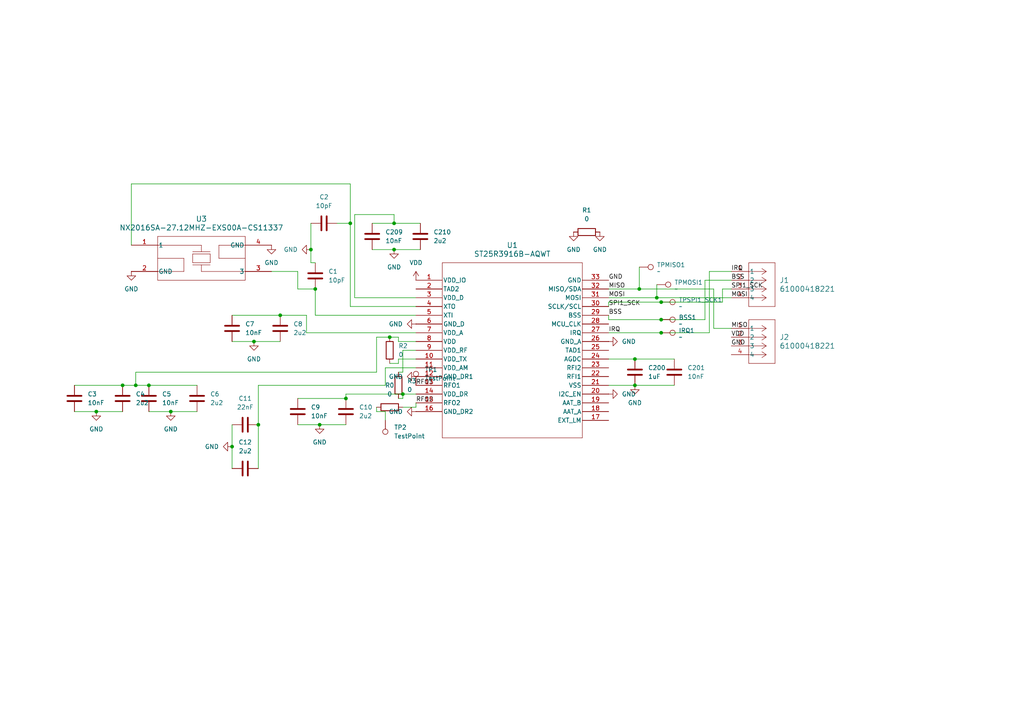
<source format=kicad_sch>
(kicad_sch (version 20231120) (generator "eeschema") (generator_version "8.0")
  (paper "A4")
  (lib_symbols
    (symbol "Connector:TestPoint" (pin_numbers hide) (pin_names (offset 0.762) hide)
      (property "Reference" "TP" (at 0 6.858 0))
      (property "Value" "TestPoint" (at 0 5.08 0))
      (symbol "TestPoint_0_1"
        (circle (center 0 3.302) (radius 0.762))
      )
      (symbol "TestPoint_1_1"
        (pin passive line (at 0 0 90) (length 2.54) (name "1") (number "1"))
      )
    )
    (symbol "Crystal:NX2016SA-27.12MHZ-EXS00A-CS11337" (pin_names (offset 0.254))
      (property "Reference" "U" (at 20.32 7.62 0))
      (property "Value" "NX2016SA-27.12MHZ-EXS00A-CS11337" (at 20.32 5.08 0))
      (symbol "NX2016SA-27.12MHZ-EXS00A-CS11337_0_1"
        (polyline (pts (xy 7.62 -10.16) (xy 33.02 -10.16)) (stroke (width 0.127)))
        (polyline (pts (xy 7.62 -7.62) (xy 15.24 -7.62)) (stroke (width 0.127)))
        (polyline (pts (xy 7.62 0) (xy 20.32 0)) (stroke (width 0.127)))
        (polyline (pts (xy 7.62 2.54) (xy 7.62 -10.16)) (stroke (width 0.127)))
        (polyline (pts (xy 15.24 -7.62) (xy 15.24 -3.81)) (stroke (width 0.127)))
        (polyline (pts (xy 15.24 -3.81) (xy 7.62 -3.81)) (stroke (width 0.127)))
        (polyline (pts (xy 17.78 -5.715) (xy 22.86 -5.715)) (stroke (width 0.127)))
        (polyline (pts (xy 17.78 -5.08) (xy 22.86 -5.08)) (stroke (width 0.127)))
        (polyline (pts (xy 17.78 -2.54) (xy 17.78 -5.08)) (stroke (width 0.127)))
        (polyline (pts (xy 17.78 -2.54) (xy 22.86 -2.54)) (stroke (width 0.127)))
        (polyline (pts (xy 17.78 -1.905) (xy 22.86 -1.905)) (stroke (width 0.127)))
        (polyline (pts (xy 20.32 -7.62) (xy 20.32 -5.715)) (stroke (width 0.127)))
        (polyline (pts (xy 20.32 0) (xy 20.32 -1.905)) (stroke (width 0.127)))
        (polyline (pts (xy 22.86 -2.54) (xy 22.86 -5.08)) (stroke (width 0.127)))
        (polyline (pts (xy 25.4 -3.81) (xy 33.02 -3.81)) (stroke (width 0.127)))
        (polyline (pts (xy 25.4 0) (xy 25.4 -3.81)) (stroke (width 0.127)))
        (polyline (pts (xy 33.02 -10.16) (xy 33.02 2.54)) (stroke (width 0.127)))
        (polyline (pts (xy 33.02 -7.62) (xy 20.32 -7.62)) (stroke (width 0.127)))
        (polyline (pts (xy 33.02 0) (xy 25.4 0)) (stroke (width 0.127)))
        (polyline (pts (xy 33.02 2.54) (xy 7.62 2.54)) (stroke (width 0.127)))
        (pin unspecified line (at 0 0 0) (length 7.62) (name "1") (number "1"))
        (pin unspecified line (at 0 -7.62 0) (length 7.62) (name "GND") (number "2"))
        (pin unspecified line (at 40.64 -7.62 180) (length 7.62) (name "3") (number "3"))
        (pin unspecified line (at 40.64 0 180) (length 7.62) (name "GND") (number "4"))
      )
    )
    (symbol "Device:C" (pin_numbers hide) (pin_names (offset 0.254))
      (property "Reference" "C" (at 0.635 2.54 0))
      (property "Value" "C" (at 0.635 -2.54 0))
      (symbol "C_0_1"
        (polyline (pts (xy -2.032 -0.762) (xy 2.032 -0.762)) (stroke (width 0.508)))
        (polyline (pts (xy -2.032 0.762) (xy 2.032 0.762)) (stroke (width 0.508)))
      )
      (symbol "C_1_1"
        (pin passive line (at 0 3.81 270) (length 2.794) (name "~") (number "1"))
        (pin passive line (at 0 -3.81 90) (length 2.794) (name "~") (number "2"))
      )
    )
    (symbol "Device:R" (pin_numbers hide) (pin_names (offset 0))
      (property "Reference" "R" (at 2.032 0 90))
      (property "Value" "R" (at 0 0 90))
      (symbol "R_0_1"
        (rectangle (start -1.016 -2.54) (end 1.016 2.54) (stroke (width 0.254)))
      )
      (symbol "R_1_1"
        (pin passive line (at 0 3.81 270) (length 1.27) (name "~") (number "1"))
        (pin passive line (at 0 -3.81 90) (length 1.27) (name "~") (number "2"))
      )
    )
    (symbol "SMD Header Conn:61000418221" (pin_names (offset 0.254))
      (property "Reference" "J" (at 8.89 6.35 0))
      (property "Value" "61000418221" (at 0 0 0))
      (symbol "61000418221_1_1"
        (polyline (pts (xy 5.08 -10.16) (xy 12.7 -10.16)) (stroke (width 0.127)))
        (polyline (pts (xy 5.08 2.54) (xy 5.08 -10.16)) (stroke (width 0.127)))
        (polyline (pts (xy 10.16 -7.62) (xy 5.08 -7.62)) (stroke (width 0.127)))
        (polyline (pts (xy 10.16 -7.62) (xy 8.89 -8.4667)) (stroke (width 0.127)))
        (polyline (pts (xy 10.16 -7.62) (xy 8.89 -6.7733)) (stroke (width 0.127)))
        (polyline (pts (xy 10.16 -5.08) (xy 5.08 -5.08)) (stroke (width 0.127)))
        (polyline (pts (xy 10.16 -5.08) (xy 8.89 -5.9267)) (stroke (width 0.127)))
        (polyline (pts (xy 10.16 -5.08) (xy 8.89 -4.2333)) (stroke (width 0.127)))
        (polyline (pts (xy 10.16 -2.54) (xy 5.08 -2.54)) (stroke (width 0.127)))
        (polyline (pts (xy 10.16 -2.54) (xy 8.89 -3.3867)) (stroke (width 0.127)))
        (polyline (pts (xy 10.16 -2.54) (xy 8.89 -1.6933)) (stroke (width 0.127)))
        (polyline (pts (xy 10.16 0) (xy 5.08 0)) (stroke (width 0.127)))
        (polyline (pts (xy 10.16 0) (xy 8.89 -0.8467)) (stroke (width 0.127)))
        (polyline (pts (xy 10.16 0) (xy 8.89 0.8467)) (stroke (width 0.127)))
        (polyline (pts (xy 12.7 -10.16) (xy 12.7 2.54)) (stroke (width 0.127)))
        (polyline (pts (xy 12.7 2.54) (xy 5.08 2.54)) (stroke (width 0.127)))
        (pin unspecified line (at 0 0 0) (length 5.08) (name "1") (number "1"))
        (pin unspecified line (at 0 -2.54 0) (length 5.08) (name "2") (number "2"))
        (pin unspecified line (at 0 -5.08 0) (length 5.08) (name "3") (number "3"))
        (pin unspecified line (at 0 -7.62 0) (length 5.08) (name "4") (number "4"))
      )
      (symbol "61000418221_1_2"
        (polyline (pts (xy 5.08 -10.16) (xy 12.7 -10.16)) (stroke (width 0.127)))
        (polyline (pts (xy 5.08 2.54) (xy 5.08 -10.16)) (stroke (width 0.127)))
        (polyline (pts (xy 7.62 -7.62) (xy 5.08 -7.62)) (stroke (width 0.127)))
        (polyline (pts (xy 7.62 -7.62) (xy 8.89 -8.4667)) (stroke (width 0.127)))
        (polyline (pts (xy 7.62 -7.62) (xy 8.89 -6.7733)) (stroke (width 0.127)))
        (polyline (pts (xy 7.62 -5.08) (xy 5.08 -5.08)) (stroke (width 0.127)))
        (polyline (pts (xy 7.62 -5.08) (xy 8.89 -5.9267)) (stroke (width 0.127)))
        (polyline (pts (xy 7.62 -5.08) (xy 8.89 -4.2333)) (stroke (width 0.127)))
        (polyline (pts (xy 7.62 -2.54) (xy 5.08 -2.54)) (stroke (width 0.127)))
        (polyline (pts (xy 7.62 -2.54) (xy 8.89 -3.3867)) (stroke (width 0.127)))
        (polyline (pts (xy 7.62 -2.54) (xy 8.89 -1.6933)) (stroke (width 0.127)))
        (polyline (pts (xy 7.62 0) (xy 5.08 0)) (stroke (width 0.127)))
        (polyline (pts (xy 7.62 0) (xy 8.89 -0.8467)) (stroke (width 0.127)))
        (polyline (pts (xy 7.62 0) (xy 8.89 0.8467)) (stroke (width 0.127)))
        (polyline (pts (xy 12.7 -10.16) (xy 12.7 2.54)) (stroke (width 0.127)))
        (polyline (pts (xy 12.7 2.54) (xy 5.08 2.54)) (stroke (width 0.127)))
        (pin unspecified line (at 0 0 0) (length 5.08) (name "1") (number "1"))
        (pin unspecified line (at 0 -2.54 0) (length 5.08) (name "2") (number "2"))
        (pin unspecified line (at 0 -5.08 0) (length 5.08) (name "3") (number "3"))
        (pin unspecified line (at 0 -7.62 0) (length 5.08) (name "4") (number "4"))
      )
    )
    (symbol "ST25R3916B:ST25R3916B-AQWT" (pin_names (offset 0.254))
      (property "Reference" "U" (at 27.94 10.16 0))
      (property "Value" "ST25R3916B-AQWT" (at 27.94 7.62 0))
      (symbol "ST25R3916B-AQWT_0_1"
        (polyline (pts (xy 7.62 -45.72) (xy 48.26 -45.72)) (stroke (width 0.127)))
        (polyline (pts (xy 7.62 5.08) (xy 7.62 -45.72)) (stroke (width 0.127)))
        (polyline (pts (xy 48.26 -45.72) (xy 48.26 5.08)) (stroke (width 0.127)))
        (polyline (pts (xy 48.26 5.08) (xy 7.62 5.08)) (stroke (width 0.127)))
        (pin power_in line (at 0 0 0) (length 7.62) (name "VDD_IO") (number "1"))
        (pin power_in line (at 0 -22.86 0) (length 7.62) (name "VDD_TX") (number "10"))
        (pin unspecified line (at 0 -25.4 0) (length 7.62) (name "VDD_AM") (number "11"))
        (pin power_out line (at 0 -27.94 0) (length 7.62) (name "GND_DR1") (number "12"))
        (pin unspecified line (at 0 -30.48 0) (length 7.62) (name "RFO1") (number "13"))
        (pin power_in line (at 0 -33.02 0) (length 7.62) (name "VDD_DR") (number "14"))
        (pin unspecified line (at 0 -35.56 0) (length 7.62) (name "RFO2") (number "15"))
        (pin power_out line (at 0 -38.1 0) (length 7.62) (name "GND_DR2") (number "16"))
        (pin unspecified line (at 55.88 -40.64 180) (length 7.62) (name "EXT_LM") (number "17"))
        (pin unspecified line (at 55.88 -38.1 180) (length 7.62) (name "AAT_A") (number "18"))
        (pin unspecified line (at 55.88 -35.56 180) (length 7.62) (name "AAT_B") (number "19"))
        (pin unspecified line (at 0 -2.54 0) (length 7.62) (name "TAD2") (number "2"))
        (pin input line (at 55.88 -33.02 180) (length 7.62) (name "I2C_EN") (number "20"))
        (pin power_out line (at 55.88 -30.48 180) (length 7.62) (name "VSS") (number "21"))
        (pin unspecified line (at 55.88 -27.94 180) (length 7.62) (name "RFI1") (number "22"))
        (pin unspecified line (at 55.88 -25.4 180) (length 7.62) (name "RFI2") (number "23"))
        (pin unspecified line (at 55.88 -22.86 180) (length 7.62) (name "AGDC") (number "24"))
        (pin unspecified line (at 55.88 -20.32 180) (length 7.62) (name "TAD1") (number "25"))
        (pin power_out line (at 55.88 -17.78 180) (length 7.62) (name "GND_A") (number "26"))
        (pin output line (at 55.88 -15.24 180) (length 7.62) (name "IRQ") (number "27"))
        (pin output line (at 55.88 -12.7 180) (length 7.62) (name "MCU_CLK") (number "28"))
        (pin input line (at 55.88 -10.16 180) (length 7.62) (name "BSS") (number "29"))
        (pin unspecified line (at 0 -5.08 0) (length 7.62) (name "VDD_D") (number "3"))
        (pin input line (at 55.88 -7.62 180) (length 7.62) (name "SCLK/SCL") (number "30"))
        (pin input line (at 55.88 -5.08 180) (length 7.62) (name "MOSI") (number "31"))
        (pin bidirectional line (at 55.88 -2.54 180) (length 7.62) (name "MISO/SDA") (number "32"))
        (pin power_out line (at 55.88 0 180) (length 7.62) (name "GND") (number "33"))
        (pin unspecified line (at 0 -7.62 0) (length 7.62) (name "XTO") (number "4"))
        (pin input line (at 0 -10.16 0) (length 7.62) (name "XTI") (number "5"))
        (pin power_out line (at 0 -12.7 0) (length 7.62) (name "GND_D") (number "6"))
        (pin unspecified line (at 0 -15.24 0) (length 7.62) (name "VDD_A") (number "7"))
        (pin power_in line (at 0 -17.78 0) (length 7.62) (name "VDD") (number "8"))
        (pin unspecified line (at 0 -20.32 0) (length 7.62) (name "VDD_RF") (number "9"))
      )
    )
    (symbol "power:GND" (power) (pin_numbers hide) (pin_names (offset 0) hide)
      (property "Value" "GND" (at 0 -3.81 0))
      (symbol "GND_0_1"
        (polyline (pts (xy 0 0) (xy 0 -1.27) (xy 1.27 -1.27) (xy 0 -2.54) (xy -1.27 -1.27) (xy 0 -1.27)))
      )
      (symbol "GND_1_1"
        (pin power_in line (at 0 0 270) (length 0) (name "~") (number "1"))
      )
    )
    (symbol "power:VDD" (power) (pin_numbers hide) (pin_names (offset 0) hide)
      (property "Value" "VDD" (at 0 3.556 0))
      (symbol "VDD_0_1"
        (polyline (pts (xy -0.762 1.27) (xy 0 2.54)))
        (polyline (pts (xy 0 0) (xy 0 2.54)))
        (polyline (pts (xy 0 2.54) (xy 0.762 1.27)))
      )
      (symbol "VDD_1_1"
        (pin power_in line (at 0 0 90) (length 0) (name "~") (number "1"))
      )
    )
  )
  (junction (at 116.84 114.3))
  (junction (at 27.94 119.38))
  (junction (at 90.17 72.39))
  (junction (at 190.5 86.36))
  (junction (at 185.42 83.82))
  (junction (at 81.28 91.44))
  (junction (at 191.77 96.52))
  (junction (at 113.03 97.79))
  (junction (at 92.71 123.19))
  (junction (at 91.44 83.82))
  (junction (at 73.66 99.06))
  (junction (at 39.37 111.76))
  (junction (at 43.18 111.76))
  (junction (at 184.15 104.14))
  (junction (at 101.6 64.77))
  (junction (at 184.15 111.76))
  (junction (at 67.31 129.54))
  (junction (at 35.56 111.76))
  (junction (at 114.3 64.77))
  (junction (at 49.53 119.38))
  (junction (at 191.77 87.63))
  (junction (at 100.33 115.57))
  (junction (at 114.3 72.39))
  (junction (at 191.77 92.71))
  (junction (at 74.93 123.19))
  (wire (pts (xy 191.77 92.71) (xy 204.47 92.71)))
  (wire (pts (xy 27.94 119.38) (xy 35.56 119.38)))
  (wire (pts (xy 90.17 72.39) (xy 90.17 76.2)))
  (wire (pts (xy 21.59 119.38) (xy 27.94 119.38)))
  (wire (pts (xy 102.87 62.23) (xy 114.3 62.23)))
  (wire (pts (xy 207.01 83.82) (xy 207.01 95.25)))
  (wire (pts (xy 107.95 64.77) (xy 114.3 64.77)))
  (wire (pts (xy 185.42 77.47) (xy 185.42 83.82)))
  (wire (pts (xy 101.6 64.77) (xy 97.79 64.77)))
  (wire (pts (xy 67.31 123.19) (xy 67.31 129.54)))
  (wire (pts (xy 88.9 91.44) (xy 81.28 91.44)))
  (wire (pts (xy 115.57 104.14) (xy 120.65 104.14)))
  (wire (pts (xy 102.87 86.36) (xy 102.87 62.23)))
  (wire (pts (xy 101.6 64.77) (xy 101.6 53.34)))
  (wire (pts (xy 43.18 119.38) (xy 49.53 119.38)))
  (wire (pts (xy 90.17 64.77) (xy 90.17 72.39)))
  (wire (pts (xy 86.36 115.57) (xy 100.33 115.57)))
  (wire (pts (xy 176.53 87.63) (xy 176.53 88.9)))
  (wire (pts (xy 176.53 111.76) (xy 184.15 111.76)))
  (wire (pts (xy 39.37 107.95) (xy 109.22 107.95)))
  (wire (pts (xy 176.53 96.52) (xy 191.77 96.52)))
  (wire (pts (xy 88.9 91.44) (xy 88.9 96.52)))
  (wire (pts (xy 100.33 114.3) (xy 116.84 114.3)))
  (wire (pts (xy 190.5 86.36) (xy 212.09 86.36)))
  (wire (pts (xy 39.37 107.95) (xy 39.37 111.76)))
  (wire (pts (xy 204.47 92.71) (xy 204.47 81.28)))
  (wire (pts (xy 185.42 83.82) (xy 176.53 83.82)))
  (wire (pts (xy 113.03 97.79) (xy 115.57 97.79)))
  (wire (pts (xy 191.77 87.63) (xy 209.55 87.63)))
  (wire (pts (xy 184.15 111.76) (xy 195.58 111.76)))
  (wire (pts (xy 190.5 82.55) (xy 190.5 86.36)))
  (wire (pts (xy 111.76 119.38) (xy 111.76 121.92)))
  (wire (pts (xy 204.47 81.28) (xy 212.09 81.28)))
  (wire (pts (xy 207.01 95.25) (xy 212.09 95.25)))
  (wire (pts (xy 120.65 118.11) (xy 120.65 116.84)))
  (wire (pts (xy 74.93 111.76) (xy 74.93 123.19)))
  (wire (pts (xy 38.1 53.34) (xy 38.1 71.12)))
  (wire (pts (xy 114.3 62.23) (xy 114.3 64.77)))
  (wire (pts (xy 111.76 111.76) (xy 74.93 111.76)))
  (wire (pts (xy 74.93 123.19) (xy 74.93 135.89)))
  (wire (pts (xy 114.3 64.77) (xy 121.92 64.77)))
  (wire (pts (xy 113.03 105.41) (xy 115.57 105.41)))
  (wire (pts (xy 92.71 123.19) (xy 100.33 123.19)))
  (wire (pts (xy 109.22 119.38) (xy 111.76 119.38)))
  (wire (pts (xy 212.09 78.74) (xy 205.74 78.74)))
  (wire (pts (xy 114.3 72.39) (xy 121.92 72.39)))
  (wire (pts (xy 120.65 88.9) (xy 101.6 88.9)))
  (wire (pts (xy 43.18 111.76) (xy 57.15 111.76)))
  (wire (pts (xy 116.84 118.11) (xy 120.65 118.11)))
  (wire (pts (xy 120.65 86.36) (xy 102.87 86.36)))
  (wire (pts (xy 86.36 78.74) (xy 86.36 83.82)))
  (wire (pts (xy 115.57 97.79) (xy 115.57 99.06)))
  (wire (pts (xy 191.77 92.71) (xy 176.53 92.71)))
  (wire (pts (xy 73.66 99.06) (xy 81.28 99.06)))
  (wire (pts (xy 120.65 106.68) (xy 111.76 106.68)))
  (wire (pts (xy 67.31 129.54) (xy 67.31 135.89)))
  (wire (pts (xy 109.22 119.38) (xy 109.22 118.11)))
  (wire (pts (xy 185.42 83.82) (xy 207.01 83.82)))
  (wire (pts (xy 88.9 96.52) (xy 120.65 96.52)))
  (wire (pts (xy 107.95 72.39) (xy 114.3 72.39)))
  (wire (pts (xy 176.53 92.71) (xy 176.53 91.44)))
  (wire (pts (xy 111.76 106.68) (xy 111.76 111.76)))
  (wire (pts (xy 86.36 83.82) (xy 91.44 83.82)))
  (wire (pts (xy 116.84 114.3) (xy 120.65 114.3)))
  (wire (pts (xy 39.37 111.76) (xy 43.18 111.76)))
  (wire (pts (xy 190.5 86.36) (xy 176.53 86.36)))
  (wire (pts (xy 49.53 119.38) (xy 57.15 119.38)))
  (wire (pts (xy 120.65 99.06) (xy 115.57 99.06)))
  (wire (pts (xy 120.65 91.44) (xy 91.44 91.44)))
  (wire (pts (xy 67.31 91.44) (xy 81.28 91.44)))
  (wire (pts (xy 91.44 76.2) (xy 90.17 76.2)))
  (wire (pts (xy 78.74 78.74) (xy 86.36 78.74)))
  (wire (pts (xy 67.31 99.06) (xy 73.66 99.06)))
  (wire (pts (xy 115.57 107.95) (xy 116.84 107.95)))
  (wire (pts (xy 209.55 83.82) (xy 212.09 83.82)))
  (wire (pts (xy 176.53 104.14) (xy 184.15 104.14)))
  (wire (pts (xy 116.84 115.57) (xy 116.84 114.3)))
  (wire (pts (xy 191.77 87.63) (xy 176.53 87.63)))
  (wire (pts (xy 205.74 78.74) (xy 205.74 96.52)))
  (wire (pts (xy 109.22 97.79) (xy 109.22 107.95)))
  (wire (pts (xy 115.57 115.57) (xy 116.84 115.57)))
  (wire (pts (xy 21.59 111.76) (xy 35.56 111.76)))
  (wire (pts (xy 109.22 97.79) (xy 113.03 97.79)))
  (wire (pts (xy 91.44 91.44) (xy 91.44 83.82)))
  (wire (pts (xy 100.33 114.3) (xy 100.33 115.57)))
  (wire (pts (xy 101.6 64.77) (xy 101.6 88.9)))
  (wire (pts (xy 86.36 123.19) (xy 92.71 123.19)))
  (wire (pts (xy 101.6 53.34) (xy 38.1 53.34)))
  (wire (pts (xy 120.65 101.6) (xy 116.84 101.6)))
  (wire (pts (xy 115.57 105.41) (xy 115.57 104.14)))
  (wire (pts (xy 35.56 111.76) (xy 39.37 111.76)))
  (wire (pts (xy 191.77 96.52) (xy 205.74 96.52)))
  (wire (pts (xy 184.15 104.14) (xy 195.58 104.14)))
  (wire (pts (xy 209.55 87.63) (xy 209.55 83.82)))
  (wire (pts (xy 116.84 107.95) (xy 116.84 101.6)))
  (label "MISO" (at 176.53 83.82 0))
  (label "SPI1_SCK" (at 212.09 83.82 0))
  (label "IRQ" (at 212.09 78.74 0))
  (label "IRQ" (at 176.53 96.52 0))
  (label "MISO" (at 212.09 95.25 0))
  (label "MOSI" (at 176.53 86.36 0))
  (label "RFO2" (at 120.65 116.84 0))
  (label "GND" (at 212.09 100.33 0))
  (label "SPI1_SCK" (at 176.53 88.9 0))
  (label "GND" (at 176.53 81.28 0))
  (label "BSS" (at 176.53 91.44 0))
  (label "RFO1" (at 120.65 111.76 0))
  (label "MOSI" (at 212.09 86.36 0))
  (label "BSS" (at 212.09 81.28 0))
  (label "VDD" (at 212.09 97.79 0))
  (symbol (lib_id "power:GND") (at 27.94 119.38 0) (unit 1)
    (property "Reference" "#PWR07" (effects (hide yes)))
    (property "Value" "GND" (at 27.94 124.46 0))
    (property "Description" "Power symbol creates a global label with name \"GND\" , ground" (effects (hide yes)))
  )
  (symbol (lib_id "Device:C") (at 121.92 68.58 0) (unit 1)
    (property "Reference" "C210" (at 125.73 67.3099 0) (effects (justify left)))
    (property "Value" "2u2" (at 125.73 69.8499 0) (effects (justify left)))
    (property "Footprint" "Capacitor_SMD:C_0402_1005Metric_Pad0.74x0.62mm_HandSolder" (effects (hide yes)))
    (property "Description" "Unpolarized capacitor" (effects (hide yes)))
  )
  (symbol (lib_id "power:GND") (at 92.71 123.19 0) (unit 1)
    (property "Reference" "#PWR011" (effects (hide yes)))
    (property "Value" "GND" (at 92.71 128.27 0))
    (property "Description" "Power symbol creates a global label with name \"GND\" , ground" (effects (hide yes)))
  )
  (symbol (lib_id "power:GND") (at 78.74 71.12 0) (unit 1)
    (property "Reference" "#PWR018" (effects (hide yes)))
    (property "Value" "GND" (at 78.74 76.2 0))
    (property "Description" "Power symbol creates a global label with name \"GND\" , ground" (effects (hide yes)))
  )
  (symbol (lib_id "Device:C") (at 71.12 135.89 270) (unit 1)
    (property "Reference" "C12" (at 71.12 128.27 90))
    (property "Value" "2u2" (at 71.12 130.81 90))
    (property "Footprint" "Capacitor_SMD:C_0402_1005Metric_Pad0.74x0.62mm_HandSolder" (effects (hide yes)))
    (property "Description" "Unpolarized capacitor" (effects (hide yes)))
  )
  (symbol (lib_id "Connector:TestPoint") (at 191.77 96.52 270) (unit 1)
    (property "Reference" "IRQ1" (at 196.85 95.8849 90) (effects (justify left)))
    (property "Value" "~" (at 196.85 97.79 90) (effects (justify left)))
    (property "Footprint" "TestPoint:TestPoint_Pad_2.0x2.0mm" (effects (hide yes)))
    (property "Description" "test point" (effects (hide yes)))
  )
  (symbol (lib_id "power:GND") (at 114.3 72.39 0) (unit 1)
    (property "Reference" "#PWR02" (effects (hide yes)))
    (property "Value" "GND" (at 114.3 77.47 0))
    (property "Description" "Power symbol creates a global label with name \"GND\" , ground" (effects (hide yes)))
  )
  (symbol (lib_id "SMD Header Conn:61000418221") (at 212.09 95.25 0) (unit 1)
    (property "Reference" "J2" (at 226.06 97.7899 0) (effects (font (size 1.524 1.524)) (justify left)))
    (property "Value" "61000418221" (at 226.06 100.3299 0) (effects (font (size 1.524 1.524)) (justify left)))
    (property "Footprint" "61000418221_WRE" (effects (hide yes)))
    (property "Datasheet" "61000418221" (effects (hide yes)))
  )
  (symbol (lib_id "Device:C") (at 35.56 115.57 0) (unit 1)
    (property "Reference" "C4" (at 39.37 114.2999 0) (effects (justify left)))
    (property "Value" "2u2" (at 39.37 116.8399 0) (effects (justify left)))
    (property "Footprint" "Capacitor_SMD:C_0402_1005Metric_Pad0.74x0.62mm_HandSolder" (effects (hide yes)))
    (property "Description" "Unpolarized capacitor" (effects (hide yes)))
  )
  (symbol (lib_id "Connector:TestPoint") (at 191.77 92.71 270) (unit 1)
    (property "Reference" "BSS1" (at 196.85 92.0749 90) (effects (justify left)))
    (property "Value" "~" (at 196.85 93.98 90) (effects (justify left)))
    (property "Footprint" "TestPoint:TestPoint_Pad_2.0x2.0mm" (effects (hide yes)))
    (property "Description" "test point" (effects (hide yes)))
  )
  (symbol (lib_id "power:GND") (at 120.65 119.38 270) (unit 1)
    (property "Reference" "#PWR013" (effects (hide yes)))
    (property "Value" "GND" (at 116.84 119.3799 90) (effects (justify right)))
    (property "Description" "Power symbol creates a global label with name \"GND\" , ground" (effects (hide yes)))
  )
  (symbol (lib_id "Device:C") (at 100.33 119.38 0) (unit 1)
    (property "Reference" "C10" (at 104.14 118.1099 0) (effects (justify left)))
    (property "Value" "2u2" (at 104.14 120.6499 0) (effects (justify left)))
    (property "Footprint" "Capacitor_SMD:C_0402_1005Metric_Pad0.74x0.62mm_HandSolder" (effects (hide yes)))
    (property "Description" "Unpolarized capacitor" (effects (hide yes)))
  )
  (symbol (lib_id "Device:C") (at 184.15 107.95 180) (unit 1)
    (property "Reference" "C200" (at 187.96 106.6799 0) (effects (justify right)))
    (property "Value" "1uF" (at 187.96 109.2199 0) (effects (justify right)))
    (property "Footprint" "Capacitor_SMD:C_0402_1005Metric_Pad0.74x0.62mm_HandSolder" (effects (hide yes)))
    (property "Description" "Unpolarized capacitor" (effects (hide yes)))
  )
  (symbol (lib_id "power:VDD") (at 120.65 81.28 0) (unit 1)
    (property "Reference" "#PWR03" (effects (hide yes)))
    (property "Value" "VDD" (at 120.65 76.2 0))
    (property "Description" "Power symbol creates a global label with name \"VDD\"" (effects (hide yes)))
  )
  (symbol (lib_id "Connector:TestPoint") (at 120.65 111.76 0) (unit 1)
    (property "Reference" "TP1" (at 123.19 107.1879 0) (effects (justify left)))
    (property "Value" "TestPoint" (at 123.19 109.7279 0) (effects (justify left)))
    (property "Footprint" "TestPoint:TestPoint_Pad_2.0x2.0mm" (effects (hide yes)))
    (property "Description" "test point" (effects (hide yes)))
  )
  (symbol (lib_id "Connector:TestPoint") (at 190.5 82.55 270) (unit 1)
    (property "Reference" "TPMOSI1" (at 195.58 81.9149 90) (effects (justify left)))
    (property "Value" "~" (at 195.58 83.82 90) (effects (justify left)))
    (property "Footprint" "TestPoint:TestPoint_Pad_2.0x2.0mm" (effects (hide yes)))
    (property "Description" "test point" (effects (hide yes)))
  )
  (symbol (lib_id "Device:R") (at 115.57 111.76 180) (unit 1)
    (property "Reference" "R3" (at 118.11 110.4899 0) (effects (justify right)))
    (property "Value" "0" (at 118.11 113.0299 0) (effects (justify right)))
    (property "Footprint" "Resistor_SMD:R_0402_1005Metric_Pad0.72x0.64mm_HandSolder" (effects (hide yes)))
    (property "Description" "Resistor" (effects (hide yes)))
  )
  (symbol (lib_id "Connector:TestPoint") (at 111.76 121.92 180) (unit 1)
    (property "Reference" "TP2" (at 114.3 123.9519 0) (effects (justify right)))
    (property "Value" "TestPoint" (at 114.3 126.4919 0) (effects (justify right)))
    (property "Footprint" "TestPoint:TestPoint_Pad_2.0x2.0mm" (effects (hide yes)))
    (property "Description" "test point" (effects (hide yes)))
  )
  (symbol (lib_id "power:GND") (at 73.66 99.06 0) (unit 1)
    (property "Reference" "#PWR09" (effects (hide yes)))
    (property "Value" "GND" (at 73.66 104.14 0))
    (property "Description" "Power symbol creates a global label with name \"GND\" , ground" (effects (hide yes)))
  )
  (symbol (lib_id "power:GND") (at 176.53 99.06 90) (unit 1)
    (property "Reference" "#PWR015" (effects (hide yes)))
    (property "Value" "GND" (at 180.34 99.0599 90) (effects (justify right)))
    (property "Description" "Power symbol creates a global label with name \"GND\" , ground" (effects (hide yes)))
  )
  (symbol (lib_id "Device:C") (at 93.98 64.77 270) (unit 1)
    (property "Reference" "C2" (at 93.98 57.15 90))
    (property "Value" "10pF" (at 93.98 59.69 90))
    (property "Footprint" "Capacitor_SMD:C_0402_1005Metric_Pad0.74x0.62mm_HandSolder" (effects (hide yes)))
    (property "Description" "Unpolarized capacitor" (effects (hide yes)))
  )
  (symbol (lib_id "Device:C") (at 57.15 115.57 0) (unit 1)
    (property "Reference" "C6" (at 60.96 114.2999 0) (effects (justify left)))
    (property "Value" "2u2" (at 60.96 116.8399 0) (effects (justify left)))
    (property "Footprint" "Capacitor_SMD:C_0402_1005Metric_Pad0.74x0.62mm_HandSolder" (effects (hide yes)))
    (property "Description" "Unpolarized capacitor" (effects (hide yes)))
  )
  (symbol (lib_id "power:GND") (at 120.65 93.98 270) (unit 1)
    (property "Reference" "#PWR010" (effects (hide yes)))
    (property "Value" "GND" (at 116.84 93.9799 90) (effects (justify right)))
    (property "Description" "Power symbol creates a global label with name \"GND\" , ground" (effects (hide yes)))
  )
  (symbol (lib_id "power:GND") (at 67.31 129.54 270) (unit 1)
    (property "Reference" "#PWR014" (effects (hide yes)))
    (property "Value" "GND" (at 63.5 129.5399 90) (effects (justify right)))
    (property "Description" "Power symbol creates a global label with name \"GND\" , ground" (effects (hide yes)))
  )
  (symbol (lib_id "ST25R3916B:ST25R3916B-AQWT") (at 120.65 81.28 0) (unit 1)
    (property "Reference" "U1" (at 148.59 71.12 0) (effects (font (size 1.524 1.524))))
    (property "Value" "ST25R3916B-AQWT" (at 148.59 73.66 0) (effects (font (size 1.524 1.524))))
    (property "Footprint" "VFQFPN32_5X5_WETTABLE_STM" (effects (hide yes)))
    (property "Datasheet" "ST25R3916B-AQWT" (effects (hide yes)))
  )
  (symbol (lib_id "Connector:TestPoint") (at 191.77 87.63 270) (unit 1)
    (property "Reference" "TPSPI1_SCK1" (at 196.85 86.9949 90) (effects (justify left)))
    (property "Value" "~" (at 196.85 88.9 90) (effects (justify left)))
    (property "Footprint" "TestPoint:TestPoint_Pad_2.0x2.0mm" (effects (hide yes)))
    (property "Description" "test point" (effects (hide yes)))
  )
  (symbol (lib_id "Device:C") (at 86.36 119.38 0) (unit 1)
    (property "Reference" "C9" (at 90.17 118.1099 0) (effects (justify left)))
    (property "Value" "10nF" (at 90.17 120.6499 0) (effects (justify left)))
    (property "Footprint" "Capacitor_SMD:C_0402_1005Metric_Pad0.74x0.62mm_HandSolder" (effects (hide yes)))
    (property "Description" "Unpolarized capacitor" (effects (hide yes)))
  )
  (symbol (lib_id "Device:C") (at 21.59 115.57 0) (unit 1)
    (property "Reference" "C3" (at 25.4 114.2999 0) (effects (justify left)))
    (property "Value" "10nF" (at 25.4 116.8399 0) (effects (justify left)))
    (property "Footprint" "Capacitor_SMD:C_0402_1005Metric_Pad0.74x0.62mm_HandSolder" (effects (hide yes)))
    (property "Description" "Unpolarized capacitor" (effects (hide yes)))
  )
  (symbol (lib_id "power:GND") (at 38.1 78.74 0) (unit 1)
    (property "Reference" "#PWR04" (effects (hide yes)))
    (property "Value" "GND" (at 38.1 83.82 0))
    (property "Description" "Power symbol creates a global label with name \"GND\" , ground" (effects (hide yes)))
  )
  (symbol (lib_id "power:GND") (at 90.17 72.39 270) (unit 1)
    (property "Reference" "#PWR06" (effects (hide yes)))
    (property "Value" "GND" (at 86.36 72.3899 90) (effects (justify right)))
    (property "Description" "Power symbol creates a global label with name \"GND\" , ground" (effects (hide yes)))
  )
  (symbol (lib_id "Device:C") (at 67.31 95.25 0) (unit 1)
    (property "Reference" "C7" (at 71.12 93.9799 0) (effects (justify left)))
    (property "Value" "10nF" (at 71.12 96.5199 0) (effects (justify left)))
    (property "Footprint" "Capacitor_SMD:C_0402_1005Metric_Pad0.74x0.62mm_HandSolder" (effects (hide yes)))
    (property "Description" "Unpolarized capacitor" (effects (hide yes)))
  )
  (symbol (lib_id "power:GND") (at 184.15 111.76 0) (unit 1)
    (property "Reference" "#PWR01" (effects (hide yes)))
    (property "Value" "GND" (at 184.15 116.84 0))
    (property "Description" "Power symbol creates a global label with name \"GND\" , ground" (effects (hide yes)))
  )
  (symbol (lib_id "Device:R") (at 170.18 67.31 90) (unit 1)
    (property "Reference" "R1" (at 170.18 60.96 90))
    (property "Value" "0" (at 170.18 63.5 90))
    (property "Footprint" "Resistor_SMD:R_0402_1005Metric_Pad0.72x0.64mm_HandSolder" (effects (hide yes)))
    (property "Description" "Resistor" (effects (hide yes)))
  )
  (symbol (lib_id "SMD Header Conn:61000418221") (at 212.09 78.74 0) (unit 1)
    (property "Reference" "J1" (at 226.06 81.2799 0) (effects (font (size 1.524 1.524)) (justify left)))
    (property "Value" "61000418221" (at 226.06 83.8199 0) (effects (font (size 1.524 1.524)) (justify left)))
    (property "Footprint" "61000418221_WRE" (effects (hide yes)))
    (property "Datasheet" "61000418221" (effects (hide yes)))
  )
  (symbol (lib_id "Device:C") (at 71.12 123.19 270) (unit 1)
    (property "Reference" "C11" (at 71.12 115.57 90))
    (property "Value" "22nF" (at 71.12 118.11 90))
    (property "Footprint" "Capacitor_SMD:C_0402_1005Metric_Pad0.74x0.62mm_HandSolder" (effects (hide yes)))
    (property "Description" "Unpolarized capacitor" (effects (hide yes)))
  )
  (symbol (lib_id "Device:C") (at 91.44 80.01 0) (unit 1)
    (property "Reference" "C1" (at 95.25 78.7399 0) (effects (justify left)))
    (property "Value" "10pF" (at 95.25 81.2799 0) (effects (justify left)))
    (property "Footprint" "Capacitor_SMD:C_0402_1005Metric_Pad0.74x0.62mm_HandSolder" (effects (hide yes)))
    (property "Description" "Unpolarized capacitor" (effects (hide yes)))
  )
  (symbol (lib_id "Connector:TestPoint") (at 185.42 77.47 270) (unit 1)
    (property "Reference" "TPMISO1" (at 190.5 76.8349 90) (effects (justify left)))
    (property "Value" "~" (at 190.5 78.74 90) (effects (justify left)))
    (property "Footprint" "TestPoint:TestPoint_Pad_2.0x2.0mm" (effects (hide yes)))
    (property "Description" "test point" (effects (hide yes)))
  )
  (symbol (lib_id "Device:R") (at 113.03 101.6 180) (unit 1)
    (property "Reference" "R2" (at 115.57 100.3299 0) (effects (justify right)))
    (property "Value" "0" (at 115.57 102.8699 0) (effects (justify right)))
    (property "Footprint" "Resistor_SMD:R_0402_1005Metric_Pad0.72x0.64mm_HandSolder" (effects (hide yes)))
    (property "Description" "Resistor" (effects (hide yes)))
  )
  (symbol (lib_id "power:GND") (at 49.53 119.38 0) (unit 1)
    (property "Reference" "#PWR08" (effects (hide yes)))
    (property "Value" "GND" (at 49.53 124.46 0))
    (property "Description" "Power symbol creates a global label with name \"GND\" , ground" (effects (hide yes)))
  )
  (symbol (lib_id "Device:R") (at 113.03 118.11 90) (unit 1)
    (property "Reference" "R0" (at 113.03 111.76 90))
    (property "Value" "0" (at 113.03 114.3 90))
    (property "Footprint" "Resistor_SMD:R_0402_1005Metric_Pad0.72x0.64mm_HandSolder" (effects (hide yes)))
    (property "Description" "Resistor" (effects (hide yes)))
  )
  (symbol (lib_id "Crystal:NX2016SA-27.12MHZ-EXS00A-CS11337") (at 38.1 71.12 0) (unit 1)
    (property "Reference" "U3" (at 58.42 63.5 0) (effects (font (size 1.524 1.524))))
    (property "Value" "NX2016SA-27.12MHZ-EXS00A-CS11337" (at 58.42 66.04 0) (effects (font (size 1.524 1.524))))
    (property "Footprint" "SMD04_NX2016S_NDK" (effects (hide yes)))
    (property "Datasheet" "NX2016SA-27.12MHZ-EXS00A-CS11337" (effects (hide yes)))
  )
  (symbol (lib_id "Device:C") (at 43.18 115.57 0) (unit 1)
    (property "Reference" "C5" (at 46.99 114.2999 0) (effects (justify left)))
    (property "Value" "10nF" (at 46.99 116.8399 0) (effects (justify left)))
    (property "Footprint" "Capacitor_SMD:C_0402_1005Metric_Pad0.74x0.62mm_HandSolder" (effects (hide yes)))
    (property "Description" "Unpolarized capacitor" (effects (hide yes)))
  )
  (symbol (lib_id "Device:C") (at 81.28 95.25 0) (unit 1)
    (property "Reference" "C8" (at 85.09 93.9799 0) (effects (justify left)))
    (property "Value" "2u2" (at 85.09 96.5199 0) (effects (justify left)))
    (property "Footprint" "Capacitor_SMD:C_0402_1005Metric_Pad0.74x0.62mm_HandSolder" (effects (hide yes)))
    (property "Description" "Unpolarized capacitor" (effects (hide yes)))
  )
  (symbol (lib_id "Device:C") (at 195.58 107.95 0) (unit 1)
    (property "Reference" "C201" (at 199.39 106.6799 0) (effects (justify left)))
    (property "Value" "10nF" (at 199.39 109.2199 0) (effects (justify left)))
    (property "Footprint" "Capacitor_SMD:C_0402_1005Metric_Pad0.74x0.62mm_HandSolder" (effects (hide yes)))
    (property "Description" "Unpolarized capacitor" (effects (hide yes)))
  )
  (symbol (lib_id "Device:C") (at 107.95 68.58 0) (unit 1)
    (property "Reference" "C209" (at 111.76 67.3099 0) (effects (justify left)))
    (property "Value" "10nF" (at 111.76 69.8499 0) (effects (justify left)))
    (property "Footprint" "Capacitor_SMD:C_0402_1005Metric_Pad0.74x0.62mm_HandSolder" (effects (hide yes)))
    (property "Description" "Unpolarized capacitor" (effects (hide yes)))
  )
  (symbol (lib_id "power:GND") (at 176.53 114.3 90) (unit 1)
    (property "Reference" "#PWR016" (effects (hide yes)))
    (property "Value" "GND" (at 180.34 114.2999 90) (effects (justify right)))
    (property "Description" "Power symbol creates a global label with name \"GND\" , ground" (effects (hide yes)))
  )
  (symbol (lib_id "power:GND") (at 173.99 67.31 0) (unit 1)
    (property "Reference" "#PWR017" (effects (hide yes)))
    (property "Value" "GND" (at 173.99 72.39 0))
    (property "Description" "Power symbol creates a global label with name \"GND\" , ground" (effects (hide yes)))
  )
  (symbol (lib_id "power:GND") (at 120.65 109.22 270) (unit 1)
    (property "Reference" "#PWR012" (effects (hide yes)))
    (property "Value" "GND" (at 116.84 109.2199 90) (effects (justify right)))
    (property "Description" "Power symbol creates a global label with name \"GND\" , ground" (effects (hide yes)))
  )
  (symbol (lib_id "power:GND") (at 166.37 67.31 0) (unit 1)
    (property "Reference" "#PWR05" (effects (hide yes)))
    (property "Value" "GND" (at 166.37 72.39 0))
    (property "Description" "Power symbol creates a global label with name \"GND\" , ground" (effects (hide yes)))
  )
)
</source>
